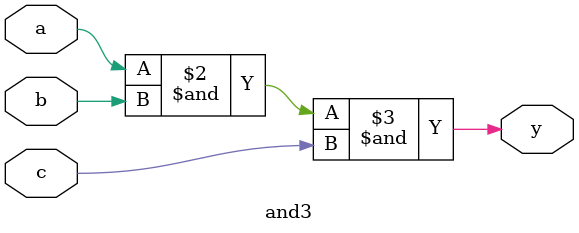
<source format=v>
module and3(a, b, c, y);
	input a, b, c;
	output y;

assign y = a & b & c;
endmodule

module inv(a, y);
	input a;
	input y;

assign y = ~a;
endmodule 

module nand3(a, b, c, y);
	input a, b, c;
	output y;

	wire n1;

and3 u0(a, b, c, n1);
inv inv(n1, y);
endmodule	

</source>
